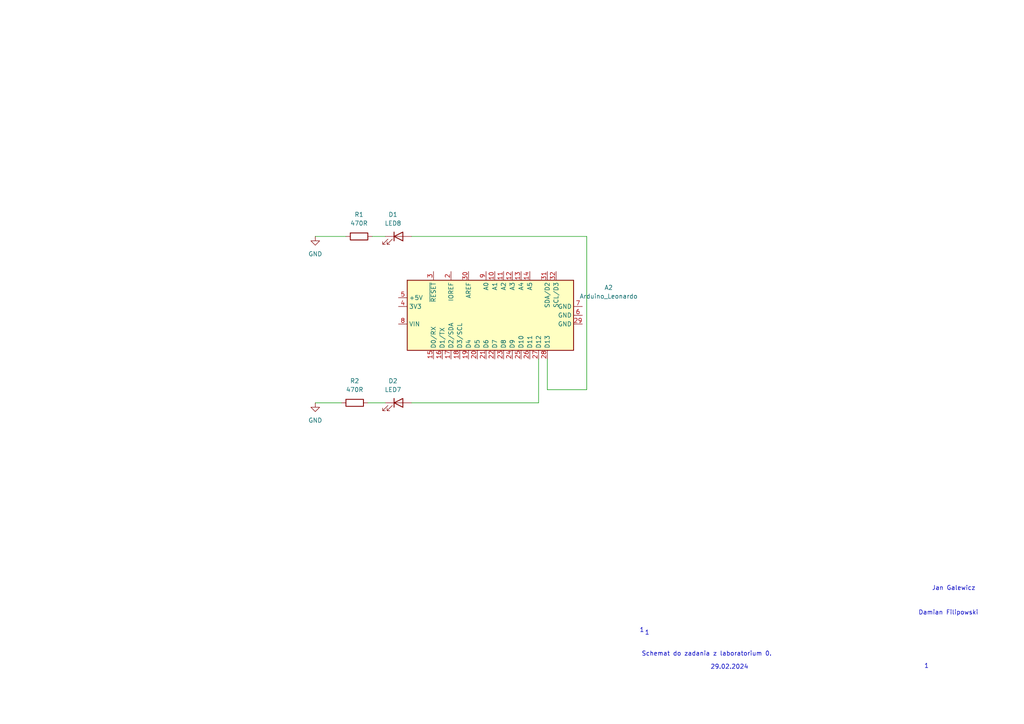
<source format=kicad_sch>
(kicad_sch (version 20231120) (generator "eeschema") (generator_version "8.0")
  (paper "A4")
  (lib_symbols
    (symbol "Device:LED" (pin_numbers hide) (pin_names (offset 1.016) hide)
      (property "Reference" "D" (at 0 2.54 0))
      (property "Value" "LED" (at 0 -2.54 0))
      (symbol "LED_0_1"
        (polyline (pts (xy -1.27 -1.27) (xy -1.27 1.27)) (stroke (width 0.254)))
        (polyline (pts (xy -1.27 0) (xy 1.27 0)))
        (polyline (pts (xy 1.27 -1.27) (xy 1.27 1.27) (xy -1.27 0) (xy 1.27 -1.27)) (stroke (width 0.254)))
        (polyline (pts (xy -3.048 -0.762) (xy -4.572 -2.286) (xy -3.81 -2.286) (xy -4.572 -2.286) (xy -4.572 -1.524)))
        (polyline (pts (xy -1.778 -0.762) (xy -3.302 -2.286) (xy -2.54 -2.286) (xy -3.302 -2.286) (xy -3.302 -1.524)))
      )
      (symbol "LED_1_1"
        (pin passive line (at -3.81 0 0) (length 2.54) (name "K") (number "1"))
        (pin passive line (at 3.81 0 180) (length 2.54) (name "A") (number "2"))
      )
    )
    (symbol "Device:R" (pin_numbers hide) (pin_names (offset 0))
      (property "Reference" "R" (at 2.032 0 90))
      (property "Value" "R" (at 0 0 90))
      (symbol "R_0_1"
        (rectangle (start -1.016 -2.54) (end 1.016 2.54) (stroke (width 0.254)))
      )
      (symbol "R_1_1"
        (pin passive line (at 0 3.81 270) (length 1.27) (name "~") (number "1"))
        (pin passive line (at 0 -3.81 90) (length 1.27) (name "~") (number "2"))
      )
    )
    (symbol "MCU_Module:Arduino_Leonardo"
      (property "Reference" "A" (at -10.16 23.495 0))
      (property "Value" "Arduino_Leonardo" (at 5.08 -26.67 0))
      (symbol "Arduino_Leonardo_0_1"
        (rectangle (start -10.16 22.86) (end 10.16 -25.4) (stroke (width 0.254)) (fill (type background)))
      )
      (symbol "Arduino_Leonardo_1_1"
        (pin no_connect line (at -10.16 -20.32 0) (length 2.54) hide (name "NC") (number "1"))
        (pin bidirectional line (at 12.7 -2.54 180) (length 2.54) (name "A1") (number "10"))
        (pin bidirectional line (at 12.7 -5.08 180) (length 2.54) (name "A2") (number "11"))
        (pin bidirectional line (at 12.7 -7.62 180) (length 2.54) (name "A3") (number "12"))
        (pin bidirectional line (at 12.7 -10.16 180) (length 2.54) (name "A4") (number "13"))
        (pin bidirectional line (at 12.7 -12.7 180) (length 2.54) (name "A5") (number "14"))
        (pin bidirectional line (at -12.7 15.24 0) (length 2.54) (name "D0/RX") (number "15"))
        (pin bidirectional line (at -12.7 12.7 0) (length 2.54) (name "D1/TX") (number "16"))
        (pin bidirectional line (at -12.7 10.16 0) (length 2.54) (name "D2/SDA") (number "17"))
        (pin bidirectional line (at -12.7 7.62 0) (length 2.54) (name "D3/SCL") (number "18"))
        (pin bidirectional line (at -12.7 5.08 0) (length 2.54) (name "D4") (number "19"))
        (pin output line (at 12.7 10.16 180) (length 2.54) (name "IOREF") (number "2"))
        (pin bidirectional line (at -12.7 2.54 0) (length 2.54) (name "D5") (number "20"))
        (pin bidirectional line (at -12.7 0 0) (length 2.54) (name "D6") (number "21"))
        (pin bidirectional line (at -12.7 -2.54 0) (length 2.54) (name "D7") (number "22"))
        (pin bidirectional line (at -12.7 -5.08 0) (length 2.54) (name "D8") (number "23"))
        (pin bidirectional line (at -12.7 -7.62 0) (length 2.54) (name "D9") (number "24"))
        (pin bidirectional line (at -12.7 -10.16 0) (length 2.54) (name "D10") (number "25"))
        (pin bidirectional line (at -12.7 -12.7 0) (length 2.54) (name "D11") (number "26"))
        (pin bidirectional line (at -12.7 -15.24 0) (length 2.54) (name "D12") (number "27"))
        (pin bidirectional line (at -12.7 -17.78 0) (length 2.54) (name "D13") (number "28"))
        (pin power_in line (at -2.54 -27.94 90) (length 2.54) (name "GND") (number "29"))
        (pin input line (at 12.7 15.24 180) (length 2.54) (name "~{RESET}") (number "3"))
        (pin input line (at 12.7 5.08 180) (length 2.54) (name "AREF") (number "30"))
        (pin bidirectional line (at 12.7 -17.78 180) (length 2.54) (name "SDA/D2") (number "31"))
        (pin bidirectional line (at 12.7 -20.32 180) (length 2.54) (name "SCL/D3") (number "32"))
        (pin power_out line (at 2.54 25.4 270) (length 2.54) (name "3V3") (number "4"))
        (pin power_out line (at 5.08 25.4 270) (length 2.54) (name "+5V") (number "5"))
        (pin power_in line (at 0 -27.94 90) (length 2.54) (name "GND") (number "6"))
        (pin power_in line (at 2.54 -27.94 90) (length 2.54) (name "GND") (number "7"))
        (pin power_in line (at -2.54 25.4 270) (length 2.54) (name "VIN") (number "8"))
        (pin bidirectional line (at 12.7 0 180) (length 2.54) (name "A0") (number "9"))
      )
    )
    (symbol "power:GND" (power) (pin_numbers hide) (pin_names (offset 0) hide)
      (property "Value" "GND" (at 0 -3.81 0))
      (symbol "GND_0_1"
        (polyline (pts (xy 0 0) (xy 0 -1.27) (xy 1.27 -1.27) (xy 0 -2.54) (xy -1.27 -1.27) (xy 0 -1.27)))
      )
      (symbol "GND_1_1"
        (pin power_in line (at 0 0 270) (length 0) (name "~") (number "1"))
      )
    )
  )
  (wire (pts (xy 91.44 116.84) (xy 99.06 116.84)))
  (wire (pts (xy 91.44 68.58) (xy 100.33 68.58)))
  (wire (pts (xy 158.75 113.03) (xy 158.75 104.14)))
  (wire (pts (xy 119.38 68.58) (xy 170.18 68.58)))
  (wire (pts (xy 170.18 113.03) (xy 158.75 113.03)))
  (wire (pts (xy 119.38 116.84) (xy 156.21 116.84)))
  (wire (pts (xy 107.95 68.58) (xy 111.76 68.58)))
  (wire (pts (xy 170.18 68.58) (xy 170.18 113.03)))
  (wire (pts (xy 106.68 116.84) (xy 111.76 116.84)))
  (wire (pts (xy 156.21 116.84) (xy 156.21 104.14)))
  (text "29.02.2024" (at 211.582 193.548 0) (effects (font (size 1.27 1.27))))
  (text "1" (at 186.182 182.88 0) (effects (font (size 1.27 1.27))))
  (text "1" (at 268.732 193.294 0) (effects (font (size 1.27 1.27))))
  (text "Jan Galewicz" (at 276.606 170.688 0) (effects (font (size 1.27 1.27))))
  (text "1" (at 187.706 183.642 0) (effects (font (size 1.27 1.27))))
  (text "Schemat do zadania z laboratorium 0.\n" (at 204.978 189.738 0) (effects (font (size 1.27 1.27))))
  (text "Damian Filipowski\n" (at 275.082 177.8 0) (effects (font (size 1.27 1.27))))
  (symbol (lib_id "Device:R") (at 102.87 116.84 90) (unit 1)
    (property "Reference" "R2" (at 102.87 110.49 90))
    (property "Value" "470R" (at 102.87 113.03 90))
    (property "Description" "Resistor" (effects (hide yes)))
  )
  (symbol (lib_id "Device:R") (at 104.14 68.58 90) (unit 1)
    (property "Reference" "R1" (at 104.14 62.23 90))
    (property "Value" "470R" (at 104.14 64.77 90))
    (property "Description" "Resistor" (effects (hide yes)))
  )
  (symbol (lib_id "Device:LED") (at 115.57 68.58 0) (unit 1)
    (property "Reference" "D1" (at 113.9825 62.23 0))
    (property "Value" "LED8" (at 113.9825 64.77 0))
    (property "Description" "Light emitting diode" (effects (hide yes)))
  )
  (symbol (lib_id "Device:LED") (at 115.57 116.84 0) (unit 1)
    (property "Reference" "D2" (at 113.9825 110.49 0))
    (property "Value" "LED7" (at 113.9825 113.03 0))
    (property "Description" "Light emitting diode" (effects (hide yes)))
  )
  (symbol (lib_id "power:GND") (at 91.44 116.84 0) (unit 1)
    (property "Reference" "#PWR02" (effects (hide yes)))
    (property "Value" "GND" (at 91.44 121.92 0))
    (property "Description" "Power symbol creates a global label with name \"GND\" , ground" (effects (hide yes)))
  )
  (symbol (lib_id "power:GND") (at 91.44 68.58 0) (unit 1)
    (property "Reference" "#PWR01" (effects (hide yes)))
    (property "Value" "GND" (at 91.44 73.66 0))
    (property "Description" "Power symbol creates a global label with name \"GND\" , ground" (effects (hide yes)))
  )
  (symbol (lib_id "MCU_Module:Arduino_Leonardo") (at 140.97 91.44 90) (unit 1)
    (property "Reference" "A2" (at 176.53 83.4038 90))
    (property "Value" "Arduino_Leonardo" (at 176.53 85.9438 90))
    (property "Footprint" "Module:Arduino_UNO_R3" (effects (hide yes)))
    (property "Datasheet" "https://www.arduino.cc/en/Main/ArduinoBoardLeonardo" (effects (hide yes)))
    (property "Description" "Arduino LEONARDO Microcontroller Module" (effects (hide yes)))
  )
)
</source>
